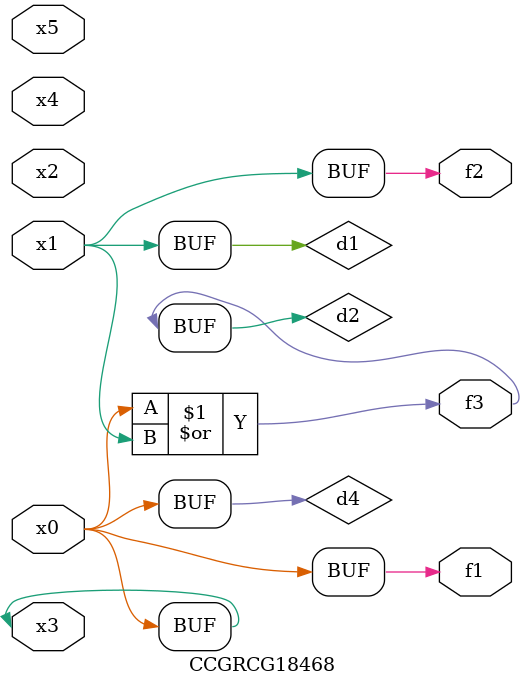
<source format=v>
module CCGRCG18468(
	input x0, x1, x2, x3, x4, x5,
	output f1, f2, f3
);

	wire d1, d2, d3, d4;

	and (d1, x1);
	or (d2, x0, x1);
	nand (d3, x0, x5);
	buf (d4, x0, x3);
	assign f1 = d4;
	assign f2 = d1;
	assign f3 = d2;
endmodule

</source>
